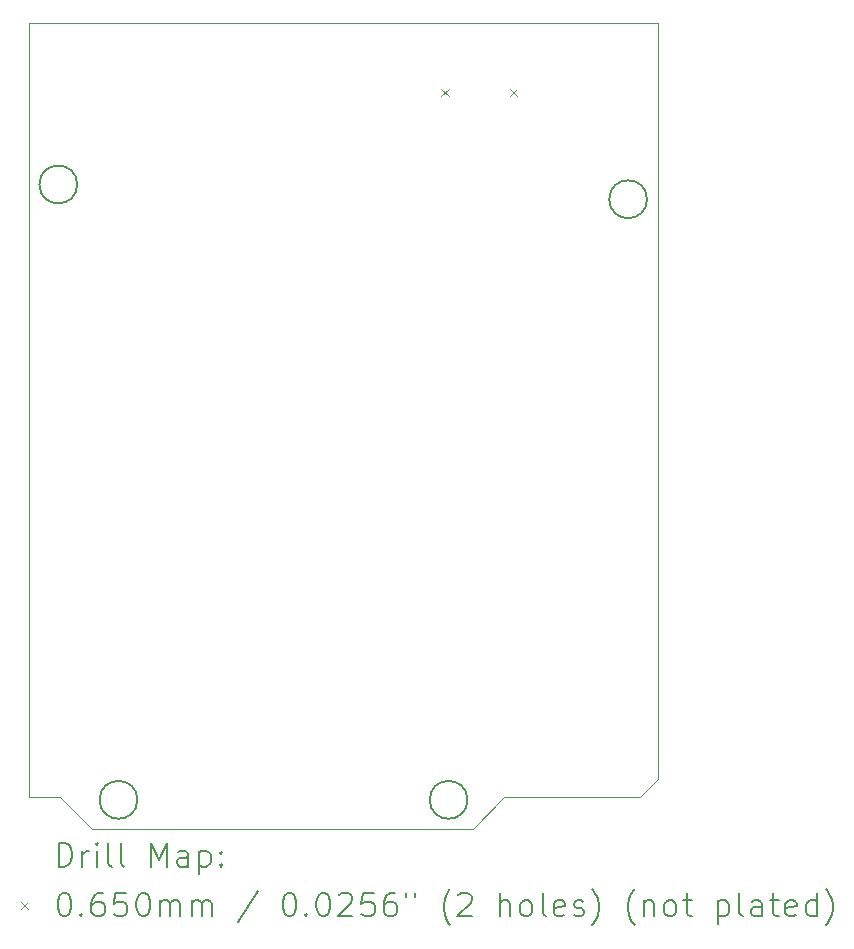
<source format=gbr>
%TF.GenerationSoftware,KiCad,Pcbnew,(6.0.8)*%
%TF.CreationDate,2022-12-17T17:30:58+01:00*%
%TF.ProjectId,anac_2040,616e6163-5f32-4303-9430-2e6b69636164,rev?*%
%TF.SameCoordinates,Original*%
%TF.FileFunction,Drillmap*%
%TF.FilePolarity,Positive*%
%FSLAX45Y45*%
G04 Gerber Fmt 4.5, Leading zero omitted, Abs format (unit mm)*
G04 Created by KiCad (PCBNEW (6.0.8)) date 2022-12-17 17:30:58*
%MOMM*%
%LPD*%
G01*
G04 APERTURE LIST*
%ADD10C,0.200000*%
%ADD11C,0.100000*%
%ADD12C,0.065000*%
G04 APERTURE END LIST*
D10*
X16550000Y-12045000D02*
G75*
G03*
X16550000Y-12045000I-160000J0D01*
G01*
X13245000Y-6835000D02*
G75*
G03*
X13245000Y-6835000I-160000J0D01*
G01*
D11*
X18162400Y-5470100D02*
X12837400Y-5470100D01*
D10*
X13755000Y-12045000D02*
G75*
G03*
X13755000Y-12045000I-160000J0D01*
G01*
X18070000Y-6960000D02*
G75*
G03*
X18070000Y-6960000I-160000J0D01*
G01*
D11*
X13100000Y-12020100D02*
X13372400Y-12295100D01*
X18012400Y-12020100D02*
X18162400Y-11870000D01*
X18162400Y-11870000D02*
X18162400Y-5470100D01*
X16862400Y-12020100D02*
X18012400Y-12020100D01*
X13372400Y-12295100D02*
X16592400Y-12295100D01*
X12837400Y-12020100D02*
X13100000Y-12020100D01*
X16592400Y-12295100D02*
X16862400Y-12020100D01*
X12837400Y-5470100D02*
X12837400Y-12020100D01*
D10*
D12*
X16327500Y-6023750D02*
X16392500Y-6088750D01*
X16392500Y-6023750D02*
X16327500Y-6088750D01*
X16907500Y-6023750D02*
X16972500Y-6088750D01*
X16972500Y-6023750D02*
X16907500Y-6088750D01*
D10*
X13090019Y-12610576D02*
X13090019Y-12410576D01*
X13137638Y-12410576D01*
X13166209Y-12420100D01*
X13185257Y-12439148D01*
X13194781Y-12458195D01*
X13204305Y-12496290D01*
X13204305Y-12524862D01*
X13194781Y-12562957D01*
X13185257Y-12582005D01*
X13166209Y-12601052D01*
X13137638Y-12610576D01*
X13090019Y-12610576D01*
X13290019Y-12610576D02*
X13290019Y-12477243D01*
X13290019Y-12515338D02*
X13299543Y-12496290D01*
X13309067Y-12486767D01*
X13328114Y-12477243D01*
X13347162Y-12477243D01*
X13413828Y-12610576D02*
X13413828Y-12477243D01*
X13413828Y-12410576D02*
X13404305Y-12420100D01*
X13413828Y-12429624D01*
X13423352Y-12420100D01*
X13413828Y-12410576D01*
X13413828Y-12429624D01*
X13537638Y-12610576D02*
X13518590Y-12601052D01*
X13509067Y-12582005D01*
X13509067Y-12410576D01*
X13642400Y-12610576D02*
X13623352Y-12601052D01*
X13613828Y-12582005D01*
X13613828Y-12410576D01*
X13870971Y-12610576D02*
X13870971Y-12410576D01*
X13937638Y-12553433D01*
X14004305Y-12410576D01*
X14004305Y-12610576D01*
X14185257Y-12610576D02*
X14185257Y-12505814D01*
X14175733Y-12486767D01*
X14156686Y-12477243D01*
X14118590Y-12477243D01*
X14099543Y-12486767D01*
X14185257Y-12601052D02*
X14166209Y-12610576D01*
X14118590Y-12610576D01*
X14099543Y-12601052D01*
X14090019Y-12582005D01*
X14090019Y-12562957D01*
X14099543Y-12543909D01*
X14118590Y-12534386D01*
X14166209Y-12534386D01*
X14185257Y-12524862D01*
X14280495Y-12477243D02*
X14280495Y-12677243D01*
X14280495Y-12486767D02*
X14299543Y-12477243D01*
X14337638Y-12477243D01*
X14356686Y-12486767D01*
X14366209Y-12496290D01*
X14375733Y-12515338D01*
X14375733Y-12572481D01*
X14366209Y-12591528D01*
X14356686Y-12601052D01*
X14337638Y-12610576D01*
X14299543Y-12610576D01*
X14280495Y-12601052D01*
X14461448Y-12591528D02*
X14470971Y-12601052D01*
X14461448Y-12610576D01*
X14451924Y-12601052D01*
X14461448Y-12591528D01*
X14461448Y-12610576D01*
X14461448Y-12486767D02*
X14470971Y-12496290D01*
X14461448Y-12505814D01*
X14451924Y-12496290D01*
X14461448Y-12486767D01*
X14461448Y-12505814D01*
D12*
X12767400Y-12907600D02*
X12832400Y-12972600D01*
X12832400Y-12907600D02*
X12767400Y-12972600D01*
D10*
X13128114Y-12830576D02*
X13147162Y-12830576D01*
X13166209Y-12840100D01*
X13175733Y-12849624D01*
X13185257Y-12868671D01*
X13194781Y-12906767D01*
X13194781Y-12954386D01*
X13185257Y-12992481D01*
X13175733Y-13011528D01*
X13166209Y-13021052D01*
X13147162Y-13030576D01*
X13128114Y-13030576D01*
X13109067Y-13021052D01*
X13099543Y-13011528D01*
X13090019Y-12992481D01*
X13080495Y-12954386D01*
X13080495Y-12906767D01*
X13090019Y-12868671D01*
X13099543Y-12849624D01*
X13109067Y-12840100D01*
X13128114Y-12830576D01*
X13280495Y-13011528D02*
X13290019Y-13021052D01*
X13280495Y-13030576D01*
X13270971Y-13021052D01*
X13280495Y-13011528D01*
X13280495Y-13030576D01*
X13461448Y-12830576D02*
X13423352Y-12830576D01*
X13404305Y-12840100D01*
X13394781Y-12849624D01*
X13375733Y-12878195D01*
X13366209Y-12916290D01*
X13366209Y-12992481D01*
X13375733Y-13011528D01*
X13385257Y-13021052D01*
X13404305Y-13030576D01*
X13442400Y-13030576D01*
X13461448Y-13021052D01*
X13470971Y-13011528D01*
X13480495Y-12992481D01*
X13480495Y-12944862D01*
X13470971Y-12925814D01*
X13461448Y-12916290D01*
X13442400Y-12906767D01*
X13404305Y-12906767D01*
X13385257Y-12916290D01*
X13375733Y-12925814D01*
X13366209Y-12944862D01*
X13661448Y-12830576D02*
X13566209Y-12830576D01*
X13556686Y-12925814D01*
X13566209Y-12916290D01*
X13585257Y-12906767D01*
X13632876Y-12906767D01*
X13651924Y-12916290D01*
X13661448Y-12925814D01*
X13670971Y-12944862D01*
X13670971Y-12992481D01*
X13661448Y-13011528D01*
X13651924Y-13021052D01*
X13632876Y-13030576D01*
X13585257Y-13030576D01*
X13566209Y-13021052D01*
X13556686Y-13011528D01*
X13794781Y-12830576D02*
X13813828Y-12830576D01*
X13832876Y-12840100D01*
X13842400Y-12849624D01*
X13851924Y-12868671D01*
X13861448Y-12906767D01*
X13861448Y-12954386D01*
X13851924Y-12992481D01*
X13842400Y-13011528D01*
X13832876Y-13021052D01*
X13813828Y-13030576D01*
X13794781Y-13030576D01*
X13775733Y-13021052D01*
X13766209Y-13011528D01*
X13756686Y-12992481D01*
X13747162Y-12954386D01*
X13747162Y-12906767D01*
X13756686Y-12868671D01*
X13766209Y-12849624D01*
X13775733Y-12840100D01*
X13794781Y-12830576D01*
X13947162Y-13030576D02*
X13947162Y-12897243D01*
X13947162Y-12916290D02*
X13956686Y-12906767D01*
X13975733Y-12897243D01*
X14004305Y-12897243D01*
X14023352Y-12906767D01*
X14032876Y-12925814D01*
X14032876Y-13030576D01*
X14032876Y-12925814D02*
X14042400Y-12906767D01*
X14061448Y-12897243D01*
X14090019Y-12897243D01*
X14109067Y-12906767D01*
X14118590Y-12925814D01*
X14118590Y-13030576D01*
X14213828Y-13030576D02*
X14213828Y-12897243D01*
X14213828Y-12916290D02*
X14223352Y-12906767D01*
X14242400Y-12897243D01*
X14270971Y-12897243D01*
X14290019Y-12906767D01*
X14299543Y-12925814D01*
X14299543Y-13030576D01*
X14299543Y-12925814D02*
X14309067Y-12906767D01*
X14328114Y-12897243D01*
X14356686Y-12897243D01*
X14375733Y-12906767D01*
X14385257Y-12925814D01*
X14385257Y-13030576D01*
X14775733Y-12821052D02*
X14604305Y-13078195D01*
X15032876Y-12830576D02*
X15051924Y-12830576D01*
X15070971Y-12840100D01*
X15080495Y-12849624D01*
X15090019Y-12868671D01*
X15099543Y-12906767D01*
X15099543Y-12954386D01*
X15090019Y-12992481D01*
X15080495Y-13011528D01*
X15070971Y-13021052D01*
X15051924Y-13030576D01*
X15032876Y-13030576D01*
X15013828Y-13021052D01*
X15004305Y-13011528D01*
X14994781Y-12992481D01*
X14985257Y-12954386D01*
X14985257Y-12906767D01*
X14994781Y-12868671D01*
X15004305Y-12849624D01*
X15013828Y-12840100D01*
X15032876Y-12830576D01*
X15185257Y-13011528D02*
X15194781Y-13021052D01*
X15185257Y-13030576D01*
X15175733Y-13021052D01*
X15185257Y-13011528D01*
X15185257Y-13030576D01*
X15318590Y-12830576D02*
X15337638Y-12830576D01*
X15356686Y-12840100D01*
X15366209Y-12849624D01*
X15375733Y-12868671D01*
X15385257Y-12906767D01*
X15385257Y-12954386D01*
X15375733Y-12992481D01*
X15366209Y-13011528D01*
X15356686Y-13021052D01*
X15337638Y-13030576D01*
X15318590Y-13030576D01*
X15299543Y-13021052D01*
X15290019Y-13011528D01*
X15280495Y-12992481D01*
X15270971Y-12954386D01*
X15270971Y-12906767D01*
X15280495Y-12868671D01*
X15290019Y-12849624D01*
X15299543Y-12840100D01*
X15318590Y-12830576D01*
X15461448Y-12849624D02*
X15470971Y-12840100D01*
X15490019Y-12830576D01*
X15537638Y-12830576D01*
X15556686Y-12840100D01*
X15566209Y-12849624D01*
X15575733Y-12868671D01*
X15575733Y-12887719D01*
X15566209Y-12916290D01*
X15451924Y-13030576D01*
X15575733Y-13030576D01*
X15756686Y-12830576D02*
X15661448Y-12830576D01*
X15651924Y-12925814D01*
X15661448Y-12916290D01*
X15680495Y-12906767D01*
X15728114Y-12906767D01*
X15747162Y-12916290D01*
X15756686Y-12925814D01*
X15766209Y-12944862D01*
X15766209Y-12992481D01*
X15756686Y-13011528D01*
X15747162Y-13021052D01*
X15728114Y-13030576D01*
X15680495Y-13030576D01*
X15661448Y-13021052D01*
X15651924Y-13011528D01*
X15937638Y-12830576D02*
X15899543Y-12830576D01*
X15880495Y-12840100D01*
X15870971Y-12849624D01*
X15851924Y-12878195D01*
X15842400Y-12916290D01*
X15842400Y-12992481D01*
X15851924Y-13011528D01*
X15861448Y-13021052D01*
X15880495Y-13030576D01*
X15918590Y-13030576D01*
X15937638Y-13021052D01*
X15947162Y-13011528D01*
X15956686Y-12992481D01*
X15956686Y-12944862D01*
X15947162Y-12925814D01*
X15937638Y-12916290D01*
X15918590Y-12906767D01*
X15880495Y-12906767D01*
X15861448Y-12916290D01*
X15851924Y-12925814D01*
X15842400Y-12944862D01*
X16032876Y-12830576D02*
X16032876Y-12868671D01*
X16109067Y-12830576D02*
X16109067Y-12868671D01*
X16404305Y-13106767D02*
X16394781Y-13097243D01*
X16375733Y-13068671D01*
X16366209Y-13049624D01*
X16356686Y-13021052D01*
X16347162Y-12973433D01*
X16347162Y-12935338D01*
X16356686Y-12887719D01*
X16366209Y-12859148D01*
X16375733Y-12840100D01*
X16394781Y-12811528D01*
X16404305Y-12802005D01*
X16470971Y-12849624D02*
X16480495Y-12840100D01*
X16499543Y-12830576D01*
X16547162Y-12830576D01*
X16566209Y-12840100D01*
X16575733Y-12849624D01*
X16585257Y-12868671D01*
X16585257Y-12887719D01*
X16575733Y-12916290D01*
X16461448Y-13030576D01*
X16585257Y-13030576D01*
X16823352Y-13030576D02*
X16823352Y-12830576D01*
X16909067Y-13030576D02*
X16909067Y-12925814D01*
X16899543Y-12906767D01*
X16880495Y-12897243D01*
X16851924Y-12897243D01*
X16832876Y-12906767D01*
X16823352Y-12916290D01*
X17032876Y-13030576D02*
X17013829Y-13021052D01*
X17004305Y-13011528D01*
X16994781Y-12992481D01*
X16994781Y-12935338D01*
X17004305Y-12916290D01*
X17013829Y-12906767D01*
X17032876Y-12897243D01*
X17061448Y-12897243D01*
X17080495Y-12906767D01*
X17090019Y-12916290D01*
X17099543Y-12935338D01*
X17099543Y-12992481D01*
X17090019Y-13011528D01*
X17080495Y-13021052D01*
X17061448Y-13030576D01*
X17032876Y-13030576D01*
X17213829Y-13030576D02*
X17194781Y-13021052D01*
X17185257Y-13002005D01*
X17185257Y-12830576D01*
X17366210Y-13021052D02*
X17347162Y-13030576D01*
X17309067Y-13030576D01*
X17290019Y-13021052D01*
X17280495Y-13002005D01*
X17280495Y-12925814D01*
X17290019Y-12906767D01*
X17309067Y-12897243D01*
X17347162Y-12897243D01*
X17366210Y-12906767D01*
X17375733Y-12925814D01*
X17375733Y-12944862D01*
X17280495Y-12963909D01*
X17451924Y-13021052D02*
X17470971Y-13030576D01*
X17509067Y-13030576D01*
X17528114Y-13021052D01*
X17537638Y-13002005D01*
X17537638Y-12992481D01*
X17528114Y-12973433D01*
X17509067Y-12963909D01*
X17480495Y-12963909D01*
X17461448Y-12954386D01*
X17451924Y-12935338D01*
X17451924Y-12925814D01*
X17461448Y-12906767D01*
X17480495Y-12897243D01*
X17509067Y-12897243D01*
X17528114Y-12906767D01*
X17604305Y-13106767D02*
X17613829Y-13097243D01*
X17632876Y-13068671D01*
X17642400Y-13049624D01*
X17651924Y-13021052D01*
X17661448Y-12973433D01*
X17661448Y-12935338D01*
X17651924Y-12887719D01*
X17642400Y-12859148D01*
X17632876Y-12840100D01*
X17613829Y-12811528D01*
X17604305Y-12802005D01*
X17966210Y-13106767D02*
X17956686Y-13097243D01*
X17937638Y-13068671D01*
X17928114Y-13049624D01*
X17918590Y-13021052D01*
X17909067Y-12973433D01*
X17909067Y-12935338D01*
X17918590Y-12887719D01*
X17928114Y-12859148D01*
X17937638Y-12840100D01*
X17956686Y-12811528D01*
X17966210Y-12802005D01*
X18042400Y-12897243D02*
X18042400Y-13030576D01*
X18042400Y-12916290D02*
X18051924Y-12906767D01*
X18070971Y-12897243D01*
X18099543Y-12897243D01*
X18118590Y-12906767D01*
X18128114Y-12925814D01*
X18128114Y-13030576D01*
X18251924Y-13030576D02*
X18232876Y-13021052D01*
X18223352Y-13011528D01*
X18213829Y-12992481D01*
X18213829Y-12935338D01*
X18223352Y-12916290D01*
X18232876Y-12906767D01*
X18251924Y-12897243D01*
X18280495Y-12897243D01*
X18299543Y-12906767D01*
X18309067Y-12916290D01*
X18318590Y-12935338D01*
X18318590Y-12992481D01*
X18309067Y-13011528D01*
X18299543Y-13021052D01*
X18280495Y-13030576D01*
X18251924Y-13030576D01*
X18375733Y-12897243D02*
X18451924Y-12897243D01*
X18404305Y-12830576D02*
X18404305Y-13002005D01*
X18413829Y-13021052D01*
X18432876Y-13030576D01*
X18451924Y-13030576D01*
X18670971Y-12897243D02*
X18670971Y-13097243D01*
X18670971Y-12906767D02*
X18690019Y-12897243D01*
X18728114Y-12897243D01*
X18747162Y-12906767D01*
X18756686Y-12916290D01*
X18766210Y-12935338D01*
X18766210Y-12992481D01*
X18756686Y-13011528D01*
X18747162Y-13021052D01*
X18728114Y-13030576D01*
X18690019Y-13030576D01*
X18670971Y-13021052D01*
X18880495Y-13030576D02*
X18861448Y-13021052D01*
X18851924Y-13002005D01*
X18851924Y-12830576D01*
X19042400Y-13030576D02*
X19042400Y-12925814D01*
X19032876Y-12906767D01*
X19013829Y-12897243D01*
X18975733Y-12897243D01*
X18956686Y-12906767D01*
X19042400Y-13021052D02*
X19023352Y-13030576D01*
X18975733Y-13030576D01*
X18956686Y-13021052D01*
X18947162Y-13002005D01*
X18947162Y-12982957D01*
X18956686Y-12963909D01*
X18975733Y-12954386D01*
X19023352Y-12954386D01*
X19042400Y-12944862D01*
X19109067Y-12897243D02*
X19185257Y-12897243D01*
X19137638Y-12830576D02*
X19137638Y-13002005D01*
X19147162Y-13021052D01*
X19166210Y-13030576D01*
X19185257Y-13030576D01*
X19328114Y-13021052D02*
X19309067Y-13030576D01*
X19270971Y-13030576D01*
X19251924Y-13021052D01*
X19242400Y-13002005D01*
X19242400Y-12925814D01*
X19251924Y-12906767D01*
X19270971Y-12897243D01*
X19309067Y-12897243D01*
X19328114Y-12906767D01*
X19337638Y-12925814D01*
X19337638Y-12944862D01*
X19242400Y-12963909D01*
X19509067Y-13030576D02*
X19509067Y-12830576D01*
X19509067Y-13021052D02*
X19490019Y-13030576D01*
X19451924Y-13030576D01*
X19432876Y-13021052D01*
X19423352Y-13011528D01*
X19413829Y-12992481D01*
X19413829Y-12935338D01*
X19423352Y-12916290D01*
X19432876Y-12906767D01*
X19451924Y-12897243D01*
X19490019Y-12897243D01*
X19509067Y-12906767D01*
X19585257Y-13106767D02*
X19594781Y-13097243D01*
X19613829Y-13068671D01*
X19623352Y-13049624D01*
X19632876Y-13021052D01*
X19642400Y-12973433D01*
X19642400Y-12935338D01*
X19632876Y-12887719D01*
X19623352Y-12859148D01*
X19613829Y-12840100D01*
X19594781Y-12811528D01*
X19585257Y-12802005D01*
M02*

</source>
